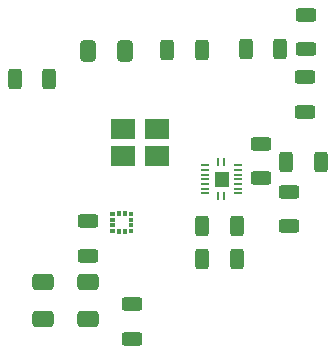
<source format=gbr>
%TF.GenerationSoftware,KiCad,Pcbnew,9.0.0*%
%TF.CreationDate,2025-03-07T11:03:18+01:00*%
%TF.ProjectId,PCB_rigide,5043425f-7269-4676-9964-652e6b696361,rev?*%
%TF.SameCoordinates,Original*%
%TF.FileFunction,Paste,Top*%
%TF.FilePolarity,Positive*%
%FSLAX46Y46*%
G04 Gerber Fmt 4.6, Leading zero omitted, Abs format (unit mm)*
G04 Created by KiCad (PCBNEW 9.0.0) date 2025-03-07 11:03:18*
%MOMM*%
%LPD*%
G01*
G04 APERTURE LIST*
G04 Aperture macros list*
%AMRoundRect*
0 Rectangle with rounded corners*
0 $1 Rounding radius*
0 $2 $3 $4 $5 $6 $7 $8 $9 X,Y pos of 4 corners*
0 Add a 4 corners polygon primitive as box body*
4,1,4,$2,$3,$4,$5,$6,$7,$8,$9,$2,$3,0*
0 Add four circle primitives for the rounded corners*
1,1,$1+$1,$2,$3*
1,1,$1+$1,$4,$5*
1,1,$1+$1,$6,$7*
1,1,$1+$1,$8,$9*
0 Add four rect primitives between the rounded corners*
20,1,$1+$1,$2,$3,$4,$5,0*
20,1,$1+$1,$4,$5,$6,$7,0*
20,1,$1+$1,$6,$7,$8,$9,0*
20,1,$1+$1,$8,$9,$2,$3,0*%
G04 Aperture macros list end*
%ADD10C,0.010000*%
%ADD11RoundRect,0.250000X-0.312500X-0.625000X0.312500X-0.625000X0.312500X0.625000X-0.312500X0.625000X0*%
%ADD12RoundRect,0.250000X-0.625000X0.312500X-0.625000X-0.312500X0.625000X-0.312500X0.625000X0.312500X0*%
%ADD13RoundRect,0.250000X0.625000X-0.312500X0.625000X0.312500X-0.625000X0.312500X-0.625000X-0.312500X0*%
%ADD14RoundRect,0.250000X0.650000X-0.412500X0.650000X0.412500X-0.650000X0.412500X-0.650000X-0.412500X0*%
%ADD15RoundRect,0.250000X0.312500X0.625000X-0.312500X0.625000X-0.312500X-0.625000X0.312500X-0.625000X0*%
%ADD16R,2.100000X1.800000*%
%ADD17RoundRect,0.060500X-0.269500X0.049500X-0.269500X-0.049500X0.269500X-0.049500X0.269500X0.049500X0*%
%ADD18RoundRect,0.060500X-0.049500X0.269500X-0.049500X-0.269500X0.049500X-0.269500X0.049500X0.269500X0*%
%ADD19RoundRect,0.250000X0.412500X0.650000X-0.412500X0.650000X-0.412500X-0.650000X0.412500X-0.650000X0*%
G04 APERTURE END LIST*
D10*
%TO.C,U2*%
X87763000Y-42314000D02*
X87463000Y-42314000D01*
X87463000Y-42064000D01*
X87763000Y-42064000D01*
X87763000Y-42314000D01*
G36*
X87763000Y-42314000D02*
G01*
X87463000Y-42314000D01*
X87463000Y-42064000D01*
X87763000Y-42064000D01*
X87763000Y-42314000D01*
G37*
X87763000Y-42814000D02*
X87463000Y-42814000D01*
X87463000Y-42564000D01*
X87763000Y-42564000D01*
X87763000Y-42814000D01*
G36*
X87763000Y-42814000D02*
G01*
X87463000Y-42814000D01*
X87463000Y-42564000D01*
X87763000Y-42564000D01*
X87763000Y-42814000D01*
G37*
X87763000Y-43314000D02*
X87463000Y-43314000D01*
X87463000Y-43064000D01*
X87763000Y-43064000D01*
X87763000Y-43314000D01*
G36*
X87763000Y-43314000D02*
G01*
X87463000Y-43314000D01*
X87463000Y-43064000D01*
X87763000Y-43064000D01*
X87763000Y-43314000D01*
G37*
X87763000Y-43814000D02*
X87463000Y-43814000D01*
X87463000Y-43564000D01*
X87763000Y-43564000D01*
X87763000Y-43814000D01*
G36*
X87763000Y-43814000D02*
G01*
X87463000Y-43814000D01*
X87463000Y-43564000D01*
X87763000Y-43564000D01*
X87763000Y-43814000D01*
G37*
X88263000Y-42314000D02*
X88013000Y-42314000D01*
X88013000Y-42014000D01*
X88263000Y-42014000D01*
X88263000Y-42314000D01*
G36*
X88263000Y-42314000D02*
G01*
X88013000Y-42314000D01*
X88013000Y-42014000D01*
X88263000Y-42014000D01*
X88263000Y-42314000D01*
G37*
X88263000Y-43864000D02*
X88013000Y-43864000D01*
X88013000Y-43564000D01*
X88263000Y-43564000D01*
X88263000Y-43864000D01*
G36*
X88263000Y-43864000D02*
G01*
X88013000Y-43864000D01*
X88013000Y-43564000D01*
X88263000Y-43564000D01*
X88263000Y-43864000D01*
G37*
X88763000Y-42314000D02*
X88513000Y-42314000D01*
X88513000Y-42014000D01*
X88763000Y-42014000D01*
X88763000Y-42314000D01*
G36*
X88763000Y-42314000D02*
G01*
X88513000Y-42314000D01*
X88513000Y-42014000D01*
X88763000Y-42014000D01*
X88763000Y-42314000D01*
G37*
X88763000Y-43864000D02*
X88513000Y-43864000D01*
X88513000Y-43564000D01*
X88763000Y-43564000D01*
X88763000Y-43864000D01*
G36*
X88763000Y-43864000D02*
G01*
X88513000Y-43864000D01*
X88513000Y-43564000D01*
X88763000Y-43564000D01*
X88763000Y-43864000D01*
G37*
X89313000Y-42314000D02*
X89013000Y-42314000D01*
X89013000Y-42064000D01*
X89313000Y-42064000D01*
X89313000Y-42314000D01*
G36*
X89313000Y-42314000D02*
G01*
X89013000Y-42314000D01*
X89013000Y-42064000D01*
X89313000Y-42064000D01*
X89313000Y-42314000D01*
G37*
X89313000Y-42814000D02*
X89013000Y-42814000D01*
X89013000Y-42564000D01*
X89313000Y-42564000D01*
X89313000Y-42814000D01*
G36*
X89313000Y-42814000D02*
G01*
X89013000Y-42814000D01*
X89013000Y-42564000D01*
X89313000Y-42564000D01*
X89313000Y-42814000D01*
G37*
X89313000Y-43314000D02*
X89013000Y-43314000D01*
X89013000Y-43064000D01*
X89313000Y-43064000D01*
X89313000Y-43314000D01*
G36*
X89313000Y-43314000D02*
G01*
X89013000Y-43314000D01*
X89013000Y-43064000D01*
X89313000Y-43064000D01*
X89313000Y-43314000D01*
G37*
X89313000Y-43814000D02*
X89013000Y-43814000D01*
X89013000Y-43564000D01*
X89313000Y-43564000D01*
X89313000Y-43814000D01*
G36*
X89313000Y-43814000D02*
G01*
X89013000Y-43814000D01*
X89013000Y-43564000D01*
X89313000Y-43564000D01*
X89313000Y-43814000D01*
G37*
%TO.C,U1*%
X97409600Y-39922800D02*
X96349600Y-39922800D01*
X96349600Y-38720800D01*
X97409600Y-38720800D01*
X97409600Y-39922800D01*
G36*
X97409600Y-39922800D02*
G01*
X96349600Y-39922800D01*
X96349600Y-38720800D01*
X97409600Y-38720800D01*
X97409600Y-39922800D01*
G37*
%TD*%
D11*
%TO.C,R12*%
X102358000Y-37846000D03*
X105283000Y-37846000D03*
%TD*%
D12*
%TO.C,R10*%
X104013000Y-25400000D03*
X104013000Y-28325000D03*
%TD*%
D13*
%TO.C,R4*%
X102616000Y-40386000D03*
X102616000Y-43311000D03*
%TD*%
D12*
%TO.C,R1*%
X100203000Y-39243000D03*
X100203000Y-36318000D03*
%TD*%
D11*
%TO.C,R9*%
X79371000Y-30861000D03*
X82296000Y-30861000D03*
%TD*%
D14*
%TO.C,C1*%
X85598000Y-48006000D03*
X85598000Y-51131000D03*
%TD*%
D13*
%TO.C,R8*%
X89281000Y-52836000D03*
X89281000Y-49911000D03*
%TD*%
%TO.C,R6*%
X85598000Y-45785500D03*
X85598000Y-42860500D03*
%TD*%
D11*
%TO.C,R7*%
X95250000Y-43307000D03*
X98175000Y-43307000D03*
%TD*%
D13*
%TO.C,R2*%
X103936800Y-33582800D03*
X103936800Y-30657800D03*
%TD*%
D15*
%TO.C,R5*%
X95227000Y-28371800D03*
X92302000Y-28371800D03*
%TD*%
D16*
%TO.C,Y1*%
X88540000Y-37352000D03*
X91440000Y-37352000D03*
X91440000Y-35052000D03*
X88540000Y-35052000D03*
%TD*%
D14*
%TO.C,C2*%
X81788000Y-51155600D03*
X81788000Y-48030600D03*
%TD*%
D11*
%TO.C,R3*%
X95246000Y-46101000D03*
X98171000Y-46101000D03*
%TD*%
D17*
%TO.C,U1*%
X95454600Y-38121800D03*
X95454600Y-38521800D03*
X95454600Y-38921800D03*
X95454600Y-39321800D03*
X95454600Y-39721800D03*
X95454600Y-40121800D03*
X95454600Y-40521800D03*
D18*
X96629600Y-40741800D03*
X97129600Y-40746800D03*
D17*
X98304600Y-40521800D03*
X98304600Y-40121800D03*
X98304600Y-39721800D03*
X98304600Y-39321800D03*
X98304600Y-38921800D03*
X98304600Y-38521800D03*
X98304600Y-38121800D03*
D18*
X97129600Y-37896800D03*
X96629600Y-37896800D03*
%TD*%
D19*
%TO.C,C3*%
X88723000Y-28448000D03*
X85598000Y-28448000D03*
%TD*%
D11*
%TO.C,R11*%
X98929000Y-28321000D03*
X101854000Y-28321000D03*
%TD*%
M02*

</source>
